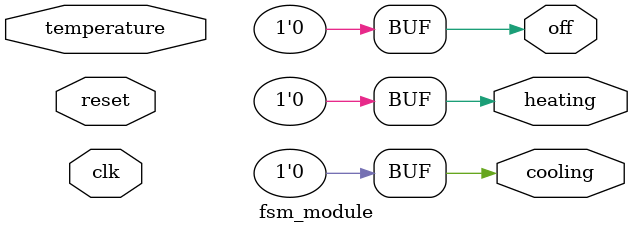
<source format=v>
module fsm_module ( 
  input clk,
  input reset,
  input temperature,
  output reg off,
  output reg heating,
  output reg cooling
);

  parameter OFF = 2'b00;
  parameter HEATING = 2'b01;
  parameter COOLING = 2'b10;

  reg [1:0] current_state;
  reg [1:0] next_state;

  always @(posedge clk or posedge reset) begin
    if (reset) begin
      current_state <= OFF;
    end else begin
      current_state <= next_state;
    end
  end

  always @(current_state or temperature) begin
    case (current_state)
      OFF:
        begin
          off     = 1;
          heating = 0;
          cooling = 0;
          if (temperature >= 75)
            next_state = COOLING;
          else if (temperature <= 65)
            next_state = HEATING;
          else
            next_state = OFF;
        end
      HEATING:
        begin
          off     = 0;
          heating = 1;
          cooling = 0;
          if (temperature >= 70)
            next_state = OFF;
          else
            next_state = HEATING;
        end
      COOLING:
        begin
          off     = 0;
          heating = 0;
          cooling = 1;
          if (temperature <= 80)
            next_state = OFF;
          else
            next_state = COOLING;
        end
      default:
        begin
          off     = 1;
          heating = 0;
          cooling = 0;
          next_state = OFF;
        end
    endcase
  end
  
  always @(*) begin
    off = 0;
    heating = 0;
    cooling = 0;
  end
endmodule
</source>
